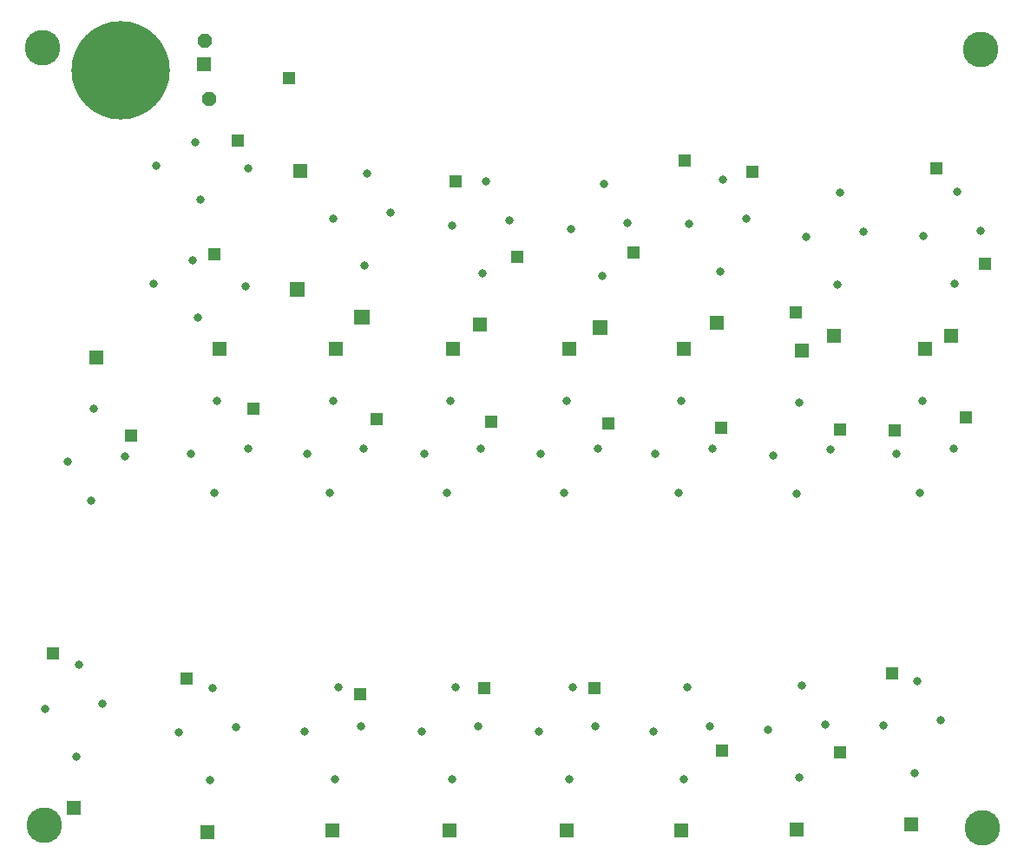
<source format=gbs>
G75*
%MOIN*%
%OFA0B0*%
%FSLAX25Y25*%
%IPPOS*%
%LPD*%
%AMOC8*
5,1,8,0,0,1.08239X$1,22.5*
%
%ADD10C,0.13635*%
%ADD11C,0.37808*%
%ADD12R,0.05792X0.05792*%
%ADD13C,0.03162*%
%ADD14R,0.05792X0.05792*%
%ADD15R,0.04762X0.04762*%
%ADD16OC8,0.05550*%
%ADD17R,0.05550X0.05550*%
D10*
X0017102Y0014346D03*
X0016315Y0313244D03*
X0376669Y0312457D03*
X0377457Y0013559D03*
D11*
X0046472Y0304622D03*
D12*
X0115331Y0265685D03*
X0184583Y0206709D03*
X0174031Y0197378D03*
X0218835Y0197378D03*
X0262850Y0197378D03*
X0275606Y0207378D03*
X0308244Y0196787D03*
X0320606Y0202378D03*
X0355606Y0197378D03*
X0365606Y0202575D03*
X0350291Y0014661D03*
X0306079Y0012969D03*
X0261866Y0012378D03*
X0217850Y0012378D03*
X0172850Y0012378D03*
X0127850Y0012378D03*
X0079701Y0011984D03*
X0028362Y0021118D03*
X0037260Y0194268D03*
X0084622Y0197378D03*
X0129031Y0197378D03*
D13*
X0128008Y0177535D03*
X0139898Y0159268D03*
X0126906Y0142260D03*
X0117969Y0157220D03*
X0095488Y0159268D03*
X0082496Y0142260D03*
X0073559Y0157220D03*
X0083598Y0177535D03*
X0048126Y0156157D03*
X0035134Y0139150D03*
X0026197Y0154110D03*
X0036236Y0174425D03*
X0076095Y0209522D03*
X0059110Y0222544D03*
X0074086Y0231455D03*
X0094383Y0221380D03*
X0128168Y0247646D03*
X0141101Y0264699D03*
X0150090Y0249770D03*
X0140121Y0229420D03*
X0173717Y0244819D03*
X0185606Y0226551D03*
X0195646Y0246866D03*
X0186709Y0261827D03*
X0219296Y0243629D03*
X0232079Y0260794D03*
X0241198Y0245944D03*
X0264740Y0245488D03*
X0277732Y0262496D03*
X0286669Y0247535D03*
X0276630Y0227220D03*
X0309740Y0240488D03*
X0322732Y0257496D03*
X0331669Y0242535D03*
X0354740Y0240685D03*
X0367732Y0257693D03*
X0376669Y0242732D03*
X0366630Y0222417D03*
X0321630Y0222220D03*
X0307220Y0176945D03*
X0319110Y0158677D03*
X0306118Y0141669D03*
X0297181Y0156630D03*
X0273717Y0159268D03*
X0260724Y0142260D03*
X0251787Y0157220D03*
X0229701Y0159268D03*
X0216709Y0142260D03*
X0207772Y0157220D03*
X0217811Y0177535D03*
X0184898Y0159268D03*
X0171906Y0142260D03*
X0162969Y0157220D03*
X0173008Y0177535D03*
X0231408Y0225508D03*
X0261827Y0177535D03*
X0344543Y0157220D03*
X0353480Y0142260D03*
X0366472Y0159268D03*
X0354583Y0177535D03*
X0352417Y0069780D03*
X0361354Y0054819D03*
X0339425Y0052772D03*
X0351315Y0034504D03*
X0317142Y0053126D03*
X0308205Y0068087D03*
X0295213Y0051079D03*
X0307102Y0032811D03*
X0272929Y0052535D03*
X0263992Y0067496D03*
X0251000Y0050488D03*
X0228913Y0052535D03*
X0219976Y0067496D03*
X0206984Y0050488D03*
X0218874Y0032220D03*
X0183913Y0052535D03*
X0174976Y0067496D03*
X0161984Y0050488D03*
X0173874Y0032220D03*
X0138913Y0052535D03*
X0129976Y0067496D03*
X0116984Y0050488D03*
X0128874Y0032220D03*
X0090764Y0052142D03*
X0081827Y0067102D03*
X0068835Y0050094D03*
X0080724Y0031827D03*
X0039425Y0061276D03*
X0030488Y0076236D03*
X0017496Y0059228D03*
X0029386Y0040961D03*
X0262890Y0032220D03*
X0077220Y0254819D03*
X0060213Y0267811D03*
X0075173Y0276748D03*
X0095488Y0266709D03*
D14*
G36*
X0111323Y0217432D02*
X0111334Y0223223D01*
X0117125Y0223212D01*
X0117114Y0217421D01*
X0111323Y0217432D01*
G37*
G36*
X0136261Y0212459D02*
X0142052Y0212480D01*
X0142073Y0206689D01*
X0136282Y0206668D01*
X0136261Y0212459D01*
G37*
G36*
X0227696Y0208514D02*
X0233487Y0208585D01*
X0233558Y0202794D01*
X0227767Y0202723D01*
X0227696Y0208514D01*
G37*
D15*
X0243323Y0234346D03*
X0263008Y0269976D03*
X0289189Y0265449D03*
X0305724Y0211512D03*
X0276984Y0167024D03*
X0233705Y0168823D03*
X0188795Y0169386D03*
X0144898Y0170370D03*
X0097457Y0174504D03*
X0050409Y0164071D03*
X0082299Y0233953D03*
X0091551Y0277457D03*
X0111039Y0301472D03*
X0175016Y0261906D03*
X0198638Y0232969D03*
X0322850Y0166630D03*
X0343717Y0166236D03*
X0371276Y0171157D03*
X0378362Y0230016D03*
X0359661Y0266827D03*
X0342732Y0072732D03*
X0322850Y0042614D03*
X0277575Y0043205D03*
X0228362Y0067024D03*
X0186039Y0067220D03*
X0138402Y0064661D03*
X0071669Y0070961D03*
X0020488Y0080409D03*
D16*
X0080331Y0293598D03*
X0078953Y0315843D03*
D17*
X0078362Y0306787D03*
M02*

</source>
